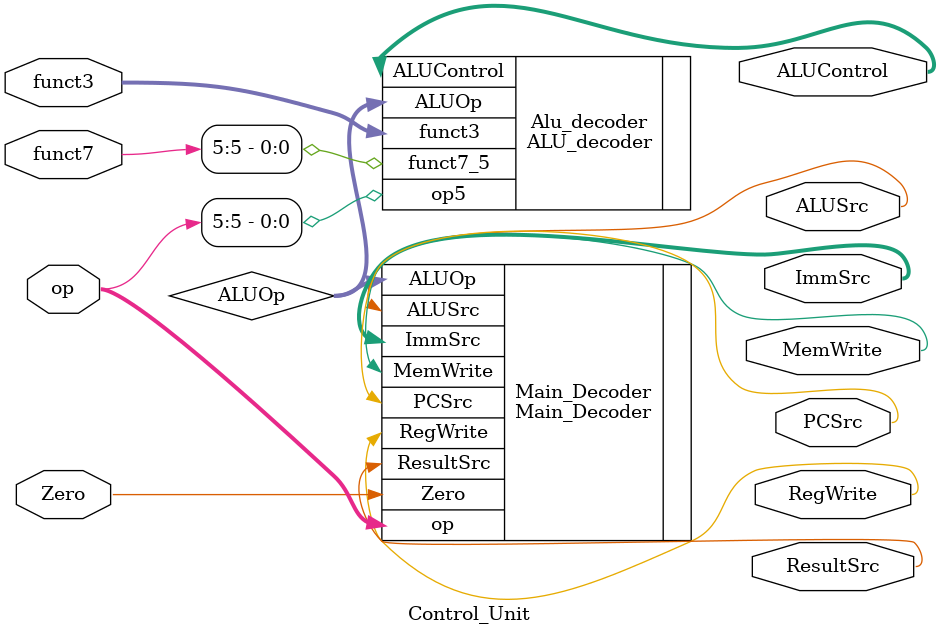
<source format=v>
`timescale 1ns / 1ps


module Control_Unit(

input Zero,
input [6:0] op,funct7,
input [2:0] funct3,

output PCSrc, ResultSrc, MemWrite, ALUSrc,RegWrite, 
output [1:0] ImmSrc,
output [2:0] ALUControl

    );
    
    wire [1:0] ALUOp;
    
    Main_Decoder Main_Decoder (
        .Zero(Zero),
        .op(op),
        .PCSrc(PCSrc), 
        .ResultSrc(ResultSrc), 
        .MemWrite(MemWrite),
        .ALUSrc(ALUSrc),
        .RegWrite(RegWrite),
        .ImmSrc(ImmSrc),
        .ALUOp(ALUOp)
        
    
    );
    
    
    
    ALU_decoder Alu_decoder (
        .op5(op[5]) , 
        .funct7_5(funct7[5]) ,
        .funct3(funct3),
        .ALUOp(ALUOp) ,
        .ALUControl(ALUControl)
    );
    
    
endmodule

</source>
